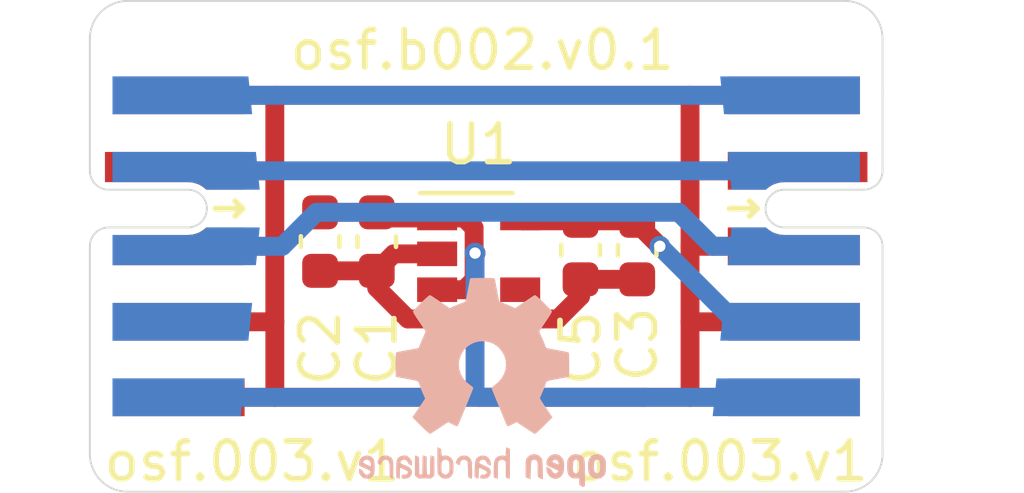
<source format=kicad_pcb>
(kicad_pcb (version 20211014) (generator pcbnew)
  (layers (0 "F.Cu" signal) (1 "In1.Cu" signal) (2 "In2.Cu" signal) (31 "B.Cu" signal) (34 "B.Paste" user) (35 "F.Paste" user) (36 "B.SilkS" user "B.Silkscreen") (37 "F.SilkS" user "F.Silkscreen") (38 "B.Mask" user) (39 "F.Mask" user) (44 "Edge.Cuts" user))
  (net 0 "")
  (net 1 "Net-(J2-Pad1)")
  (net 2 "Net-(J2-Pad8)")
  (net 3 "Net-(J2-Pad7)")
  (net 5 "Net-(C3-Pad1)")
  (net 6 "Net-(C1-Pad1)")
  (net 7 "GND")
  (net 8 "Net-(J2-Pad6)")
  (footprint "Package_TO_SOT_SMD:SOT-23-5" (layer "F.Cu") (at 40.3 153.7)
    (fp_text reference "U1" (at 0 -2.9) (layer "F.SilkS"))
    (fp_text value "TC1017-xCT")
    (fp_line (start -0.9 1.61) (end 0.9 1.61) (layer "F.SilkS") (width 0.12))
    (fp_line (start 0.9 -1.61) (end -1.55 -1.61) (layer "F.SilkS") (width 0.12))
    (pad "1" smd rect locked (at -1.1 -0.95) (size 1.06 0.65) (layers "F.Cu" "F.Paste" "F.Mask") (net 6 "Net-(C1-Pad1)"))
    (pad "2" smd rect locked (at -1.1 0) (size 1.06 0.65) (layers "F.Cu" "F.Paste" "F.Mask") (net 7 "GND"))
    (pad "3" smd rect locked (at -1.1 0.95) (size 1.06 0.65) (layers "F.Cu" "F.Paste" "F.Mask") (net 6 "Net-(C1-Pad1)"))
    (pad "4" smd rect locked (at 1.1 0.95) (size 1.06 0.65) (layers "F.Cu" "F.Paste" "F.Mask"))
    (pad "5" smd rect locked (at 1.1 -0.95) (size 1.06 0.65) (layers "F.Cu" "F.Paste" "F.Mask") (net 5 "Net-(C3-Pad1)"))
  )
  (footprint "Capacitor_SMD:C_0603_1608Metric" (layer "F.Cu") (at 37.6 153.375 -90)
    (fp_text reference "C1" (at 2.825 0 90) (layer "F.SilkS"))
    (fp_text value "100nF")
    (fp_line (start -0.14058 -0.51) (end 0.14058 -0.51) (layer "F.SilkS") (width 0.12))
    (fp_line (start -0.14058 0.51) (end 0.14058 0.51) (layer "F.SilkS") (width 0.12))
    (pad "1" smd roundrect locked (at -0.775 0 270) (size 0.9 0.95) (layers "F.Cu" "F.Paste" "F.Mask") (net 6 "Net-(C1-Pad1)"))
    (pad "2" smd roundrect locked (at 0.775 0 270) (size 0.9 0.95) (layers "F.Cu" "F.Paste" "F.Mask") (net 7 "GND"))
  )
  (footprint "Capacitor_SMD:C_0603_1608Metric" (layer "F.Cu") (at 36.1 153.375 -90)
    (fp_text reference "C2" (at 2.825 0 90) (layer "F.SilkS"))
    (fp_text value "1uF")
    (fp_line (start -0.14058 -0.51) (end 0.14058 -0.51) (layer "F.SilkS") (width 0.12))
    (fp_line (start -0.14058 0.51) (end 0.14058 0.51) (layer "F.SilkS") (width 0.12))
    (pad "1" smd roundrect locked (at -0.775 0 270) (size 0.9 0.95) (layers "F.Cu" "F.Paste" "F.Mask") (net 6 "Net-(C1-Pad1)"))
    (pad "2" smd roundrect locked (at 0.775 0 270) (size 0.9 0.95) (layers "F.Cu" "F.Paste" "F.Mask") (net 7 "GND"))
  )
  (footprint "Capacitor_SMD:C_0603_1608Metric" (layer "F.Cu") (at 44.5 153.6 -90)
    (fp_text reference "C3" (at 2.5 0 90) (layer "F.SilkS"))
    (fp_text value "10uF")
    (fp_line (start -0.14058 -0.51) (end 0.14058 -0.51) (layer "F.SilkS") (width 0.12))
    (fp_line (start -0.14058 0.51) (end 0.14058 0.51) (layer "F.SilkS") (width 0.12))
    (pad "1" smd roundrect locked (at -0.775 0 270) (size 0.9 0.95) (layers "F.Cu" "F.Paste" "F.Mask") (net 5 "Net-(C3-Pad1)"))
    (pad "2" smd roundrect locked (at 0.775 0 270) (size 0.9 0.95) (layers "F.Cu" "F.Paste" "F.Mask") (net 7 "GND"))
  )
  (footprint "Capacitor_SMD:C_0603_1608Metric" (layer "F.Cu") (at 43 153.6 -90)
    (fp_text reference "C5" (at 2.6 0 90) (layer "F.SilkS"))
    (fp_text value "1uF")
    (fp_line (start -0.14058 -0.51) (end 0.14058 -0.51) (layer "F.SilkS") (width 0.12))
    (fp_line (start -0.14058 0.51) (end 0.14058 0.51) (layer "F.SilkS") (width 0.12))
    (pad "1" smd roundrect locked (at -0.775 0 270) (size 0.9 0.95) (layers "F.Cu" "F.Paste" "F.Mask") (net 5 "Net-(C3-Pad1)"))
    (pad "2" smd roundrect locked (at 0.775 0 270) (size 0.9 0.95) (layers "F.Cu" "F.Paste" "F.Mask") (net 7 "GND"))
  )
  (footprint "on_edge:on_edge_2x05_device" (layer "F.Cu") (at 30 153.5 -90)
    (fp_text reference "J1")
    (fp_text value "003_power")
    (fp_line (start -1 -4.05) (end -0.8 -3.85) (layer "F.SilkS") (width 0.153))
    (fp_line (start -1 -4.05) (end -1 -3.323) (layer "F.SilkS") (width 0.153))
    (fp_line (start -1.2 -3.85) (end -1 -4.05) (layer "F.SilkS") (width 0.153))
    (fp_line (start -4 0) (end -2 0) (layer "Edge.Cuts") (width 0.05))
    (fp_line (start -1.5 -2.6) (end -1.5 -0.5) (layer "Edge.Cuts") (width 0.05))
    (fp_line (start -0.5 -0.5) (end -0.5 -2.6) (layer "Edge.Cuts") (width 0.05))
    (fp_line (start 0 0) (end 4 0) (layer "Edge.Cuts") (width 0.05))
    (fp_arc (start -1.5 -0.5) (mid -1.646447 -0.146447) (end -2 0) (layer "Edge.Cuts") (width 0.05))
    (fp_arc (start -1.5 -2.6) (mid -1 -3.1) (end -0.5 -2.6) (layer "Edge.Cuts") (width 0.05))
    (fp_arc (start 0 0) (mid -0.353553 -0.146447) (end -0.5 -0.5) (layer "Edge.Cuts") (width 0.05))
    (pad "1" smd rect locked (at -4 -2.35 90) (size 1 3.5) (layers "F.Cu" "F.Mask") (net 1 "Net-(J2-Pad1)"))
    (pad "2" smd custom locked (at -2 -3.6 270) (size 1 1) (layers "F.Cu" "F.Mask") (net 1 "Net-(J2-Pad1)") (options (clearance outline) (anchor rect)) (primitives (gr_poly (pts (xy 0.5 0.52) (xy 0.48 0.54) (xy 0.44 0.59) (xy 0.4 0.65) (xy 0.37 0.7) (xy 0.35 0.75) (xy 0.33 0.81) (xy 0.31 0.89) (xy 0.3 1) (xy 0.3 3.2) (xy -0.5 3.2) (xy -0.5 -0.5) (xy 0.5 -0.5)) (width 0) (fill yes))))
    (pad "3" smd custom locked (at 0 -3.6 270) (size 1 1) (layers "F.Cu" "F.Mask") (net 1 "Net-(J2-Pad1)") (options (clearance outline) (anchor rect)) (primitives (gr_poly (pts (xy 0.5 3) (xy -0.3 3) (xy -0.3 1) (xy -0.31 0.89) (xy -0.33 0.81) (xy -0.35 0.75) (xy -0.37 0.7) (xy -0.4 0.65) (xy -0.44 0.59) (xy -0.48 0.54) (xy -0.5 0.52) (xy -0.5 -0.5) (xy 0.5 -0.5)) (width 0) (fill yes))))
    (pad "4" smd rect locked (at 2 -2.35 90) (size 1 3.5) (layers "F.Cu" "F.Mask") (net 1 "Net-(J2-Pad1)"))
    (pad "5" smd rect locked (at 4 -2.35 90) (size 1 3.5) (layers "F.Cu" "F.Mask") (net 1 "Net-(J2-Pad1)"))
    (pad "6" smd custom locked (at -4 -2.4 270) (size 1 3.6) (layers "B.Cu" "B.Mask") (net 8 "Net-(J2-Pad6)") (options (clearance outline) (anchor rect)) (primitives (gr_poly (pts (xy 0.5 -1.8) (xy -0.5 -1.8) (xy 0.5 -1.9)) (width 0) (fill yes))))
    (pad "7" smd custom locked (at -2 -2.1 270) (size 0.4 0.4) (layers "B.Cu" "B.Mask") (net 3 "Net-(J2-Pad7)") (options (clearance outline) (anchor rect)) (primitives (gr_poly (pts (xy 0.5 -0.99) (xy 0.48 -0.97) (xy 0.44 -0.92) (xy 0.4 -0.86) (xy 0.37 -0.81) (xy 0.35 -0.76) (xy 0.33 -0.7) (xy 0.31 -0.62) (xy 0.3 -0.51) (xy 0.3 1.5) (xy -0.5 1.5) (xy -0.5 -2.3) (xy 0.5 -2.4)) (width 0) (fill yes))))
    (pad "8" smd custom locked (at 0 -2.1 270) (size 0.4 0.4) (layers "B.Cu" "B.Mask") (net 2 "Net-(J2-Pad8)") (options (clearance outline) (anchor rect)) (primitives (gr_poly (pts (xy 0.5 -2.3) (xy 0.5 1.5) (xy -0.3 1.5) (xy -0.3 -0.51) (xy -0.31 -0.62) (xy -0.33 -0.7) (xy -0.35 -0.76) (xy -0.37 -0.81) (xy -0.4 -0.86) (xy -0.44 -0.92) (xy -0.48 -0.97) (xy -0.5 -0.99) (xy -0.5 -2.4)) (width 0) (fill yes))))
    (pad "9" smd custom locked (at 2 -2.4 270) (size 1 3.6) (layers "B.Cu" "B.Mask") (options (clearance outline) (anchor rect)) (primitives (gr_poly (pts (xy 0.5 -1.8) (xy -0.5 -1.8) (xy -0.5 -1.9)) (width 0) (fill yes))))
    (pad "10" smd custom locked (at 4 -2.3 270) (size 1 3.4) (layers "B.Cu" "B.Mask") (net 6 "Net-(C1-Pad1)") (options (clearance outline) (anchor rect)) (primitives (gr_poly (pts (xy 0.5 -1.7) (xy -0.5 -1.7) (xy -0.5 -1.8)) (width 0) (fill yes))))
  )
  (footprint "on_edge:on_edge_2x05_host" (layer "F.Cu") (at 51 153.5 -90)
    (fp_text reference "J2")
    (fp_text value "003_power")
    (fp_line (start -1 4.05) (end -1 3.323) (layer "F.SilkS") (width 0.153))
    (fp_line (start -1 3.323) (end -1.2 3.523) (layer "F.SilkS") (width 0.153))
    (fp_line (start -0.8 3.523) (end -1 3.323) (layer "F.SilkS") (width 0.153))
    (fp_line (start -4 0) (end -2 0) (layer "Edge.Cuts") (width 0.05))
    (fp_line (start 0 0) (end 4 0) (layer "Edge.Cuts") (width 0.05))
    (fp_line (start -1.5 0.5) (end -1.5 2.6) (layer "Edge.Cuts") (width 0.05))
    (fp_line (start -0.5 2.6) (end -0.5 0.5) (layer "Edge.Cuts") (width 0.05))
    (fp_arc (start -2 0) (mid -1.646447 0.146447) (end -1.5 0.5) (layer "Edge.Cuts") (width 0.05))
    (fp_arc (start -0.5 2.6) (mid -1 3.1) (end -1.5 2.6) (layer "Edge.Cuts") (width 0.05))
    (fp_arc (start -0.5 0.5) (mid -0.353553 0.146447) (end 0 0) (layer "Edge.Cuts") (width 0.05))
    (pad "1" smd rect locked (at -4 2.35 270) (size 1 3.5) (layers "F.Cu" "F.Mask") (net 1 "Net-(J2-Pad1)"))
    (pad "2" smd custom locked (at -2 3.6 270) (size 1 1) (layers "F.Cu" "F.Mask") (net 1 "Net-(J2-Pad1)") (options (clearance outline) (anchor rect)) (primitives (gr_poly (pts (xy 0.3 -0.99) (xy 0.31 -0.88) (xy 0.33 -0.8) (xy 0.35 -0.74) (xy 0.37 -0.69) (xy 0.4 -0.64) (xy 0.44 -0.58) (xy 0.48 -0.53) (xy 0.5 -0.51) (xy 0.5 0.5) (xy -0.5 0.5) (xy -0.5 -3.2) (xy 0.3 -3.2)) (width 0) (fill yes))))
    (pad "3" smd custom locked (at 0 3.6 270) (size 1 1) (layers "F.Cu" "F.Mask") (net 1 "Net-(J2-Pad1)") (options (clearance outline) (anchor rect)) (primitives (gr_poly (pts (xy 0.5 0.5) (xy -0.5 0.5) (xy -0.5 -0.51) (xy -0.48 -0.53) (xy -0.44 -0.58) (xy -0.4 -0.64) (xy -0.37 -0.69) (xy -0.35 -0.74) (xy -0.33 -0.8) (xy -0.31 -0.88) (xy -0.3 -0.99) (xy -0.3 -3) (xy 0.5 -3)) (width 0) (fill yes))))
    (pad "4" smd rect locked (at 2 2.35 270) (size 1 3.5) (layers "F.Cu" "F.Mask") (net 1 "Net-(J2-Pad1)"))
    (pad "5" smd rect locked (at 4 2.35 270) (size 1 3.5) (layers "F.Cu" "F.Mask") (net 1 "Net-(J2-Pad1)"))
    (pad "6" smd custom locked (at -4 2.4 90) (size 1 3.6) (layers "B.Cu" "B.Mask") (net 8 "Net-(J2-Pad6)") (options (clearance outline) (anchor rect)) (primitives (gr_poly (pts (xy 0.5 -1.8) (xy -0.5 -1.8) (xy 0.5 -1.9)) (width 0) (fill yes))))
    (pad "7" smd custom locked (at -2 2.1 90) (size 0.4 0.4) (layers "B.Cu" "B.Mask") (net 3 "Net-(J2-Pad7)") (options (clearance outline) (anchor rect)) (primitives (gr_poly (pts (xy 0.5 1.5) (xy -0.3 1.5) (xy -0.3 -0.51) (xy -0.31 -0.62) (xy -0.33 -0.7) (xy -0.35 -0.76) (xy -0.37 -0.81) (xy -0.4 -0.86) (xy -0.44 -0.92) (xy -0.48 -0.97) (xy -0.5 -0.99) (xy -0.5 -1.9) (xy 0.5 -2)) (width 0) (fill yes))))
    (pad "8" smd custom locked (at 0 2.1 90) (size 0.4 0.4) (layers "B.Cu" "B.Mask") (net 2 "Net-(J2-Pad8)") (options (clearance outline) (anchor rect)) (primitives (gr_poly (pts (xy 0.5 -1.9) (xy 0.5 -0.99) (xy 0.48 -0.97) (xy 0.44 -0.92) (xy 0.4 -0.86) (xy 0.37 -0.81) (xy 0.35 -0.76) (xy 0.33 -0.7) (xy 0.31 -0.62) (xy 0.3 -0.51) (xy 0.3 1.5) (xy -0.5 1.5) (xy -0.5 -2)) (width 0) (fill yes))))
    (pad "9" smd custom locked (at 2 2.4 90) (size 1 3.6) (layers "B.Cu" "B.Mask") (net 5 "Net-(C3-Pad1)") (options (clearance outline) (anchor rect)) (primitives (gr_poly (pts (xy 0.5 -1.8) (xy -0.5 -1.8) (xy -0.5 -1.9)) (width 0) (fill yes))))
    (pad "10" smd custom locked (at 4 2.5 90) (size 1 3.8) (layers "B.Cu" "B.Mask") (net 6 "Net-(C1-Pad1)") (options (clearance outline) (anchor rect)) (primitives (gr_poly (pts (xy 0.5 -1.9) (xy -0.5 -1.9) (xy -0.5 -2)) (width 0) (fill yes))))
  )
  (footprint "Symbol:OSHW-Logo2_7.3x6mm_SilkScreen" (layer "B.Cu") (at 40.4 157.1 180)
    (fp_text reference "l1" hide)
    (fp_text value "Logo_Open_Hardware_Larg" hide)
    (fp_poly (pts (xy 2.6526 -1.958752) (xy 2.669948 -1.966334) (xy 2.711356 -1.999128) (xy 2.746765 -2.046547) (xy 2.768664 -2.097151) (xy 2.772229 -2.122098) (xy 2.760279 -2.156927) (xy 2.734067 -2.175357) (xy 2.705964 -2.186516) (xy 2.693095 -2.188572) (xy 2.686829 -2.173649) (xy 2.674456 -2.141175) (xy 2.669028 -2.126502) (xy 2.63859 -2.075744) (xy 2.59452 -2.050427) (xy 2.53801 -2.051206) (xy 2.533825 -2.052203) (xy 2.503655 -2.066507) (xy 2.481476 -2.094393) (xy 2.466327 -2.139287) (xy 2.45725 -2.204615) (xy 2.453286 -2.293804) (xy 2.452914 -2.341261) (xy 2.45273 -2.416071) (xy 2.451522 -2.467069) (xy 2.448309 -2.499471) (xy 2.442109 -2.518495) (xy 2.43194 -2.529356) (xy 2.416819 -2.537272) (xy 2.415946 -2.53767) (xy 2.386828 -2.549981) (xy 2.372403 -2.554514) (xy 2.370186 -2.540809) (xy 2.368289 -2.502925) (xy 2.366847 -2.445715) (xy 2.365998 -2.374027) (xy 2.365829 -2.321565) (xy 2.366692 -2.220047) (xy 2.37007 -2.143032) (xy 2.377142 -2.086023) (xy 2.389088 -2.044526) (xy 2.40709 -2.014043) (xy 2.432327 -1.99008) (xy 2.457247 -1.973355) (xy 2.517171 -1.951097) (xy 2.586911 -1.946076) (xy 2.6526 -1.958752)) (layer "B.SilkS") (width 0.01) (fill solid))
    (fp_poly (pts (xy -1.283907 -1.92778) (xy -1.237328 -1.954723) (xy -1.204943 -1.981466) (xy -1.181258 -2.009484) (xy -1.164941 -2.043748) (xy -1.154661 -2.089227) (xy -1.149086 -2.150892) (xy -1.146884 -2.233711) (xy -1.146629 -2.293246) (xy -1.146629 -2.512391) (xy -1.208314 -2.540044) (xy -1.27 -2.567697) (xy -1.277257 -2.32767) (xy -1.280256 -2.238028) (xy -1.283402 -2.172962) (xy -1.287299 -2.128026) (xy -1.292553 -2.09877) (xy -1.299769 -2.080748) (xy -1.30955 -2.069511) (xy -1.312688 -2.067079) (xy -1.360239 -2.048083) (xy -1.408303 -2.0556) (xy -1.436914 -2.075543) (xy -1.448553 -2.089675) (xy -1.456609 -2.10822) (xy -1.461729 -2.136334) (xy -1.464559 -2.179173) (xy -1.465744 -2.241895) (xy -1.465943 -2.307261) (xy -1.465982 -2.389268) (xy -1.467386 -2.447316) (xy -1.472086 -2.486465) (xy -1.482013 -2.51178) (xy -1.499097 -2.528323) (xy -1.525268 -2.541156) (xy -1.560225 -2.554491) (xy -1.598404 -2.569007) (xy -1.593859 -2.311389) (xy -1.592029 -2.218519) (xy -1.589888 -2.149889) (xy -1.586819 -2.100711) (xy -1.582206 -2.066198) (xy -1.575432 -2.041562) (xy -1.565881 -2.022016) (xy -1.554366 -2.00477) (xy -1.49881 -1.94968) (xy -1.43102 -1.917822) (xy -1.357287 -1.910191) (xy -1.283907 -1.92778)) (layer "B.SilkS") (width 0.01) (fill solid))
    (fp_poly (pts (xy -1.831697 -1.931239) (xy -1.774473 -1.969735) (xy -1.730251 -2.025335) (xy -1.703833 -2.096086) (xy -1.69849 -2.148162) (xy -1.699097 -2.169893) (xy -1.704178 -2.186531) (xy -1.718145 -2.201437) (xy -1.745411 -2.217973) (xy -1.790388 -2.239498) (xy -1.857489 -2.269374) (xy -1.857829 -2.269524) (xy -1.919593 -2.297813) (xy -1.970241 -2.322933) (xy -2.004596 -2.342179) (xy -2.017482 -2.352848) (xy -2.017486 -2.352934) (xy -2.006128 -2.376166) (xy -1.979569 -2.401774) (xy -1.949077 -2.420221) (xy -1.93363 -2.423886) (xy -1.891485 -2.411212) (xy -1.855192 -2.379471) (xy -1.837483 -2.344572) (xy -1.820448 -2.318845) (xy -1.787078 -2.289546) (xy -1.747851 -2.264235) (xy -1.713244 -2.250471) (xy -1.706007 -2.249714) (xy -1.697861 -2.26216) (xy -1.69737 -2.293972) (xy -1.703357 -2.336866) (xy -1.714643 -2.382558) (xy -1.73005 -2.422761) (xy -1.730829 -2.424322) (xy -1.777196 -2.489062) (xy -1.837289 -2.533097) (xy -1.905535 -2.554711) (xy -1.976362 -2.552185) (xy -2.044196 -2.523804) (xy -2.047212 -2.521808) (xy -2.100573 -2.473448) (xy -2.13566 -2.410352) (xy -2.155078 -2.327387) (xy -2.157684 -2.304078) (xy -2.162299 -2.194055) (xy -2.156767 -2.142748) (xy -2.017486 -2.142748) (xy -2.015676 -2.174753) (xy -2.005778 -2.184093) (xy -1.981102 -2.177105) (xy -1.942205 -2.160587) (xy -1.898725 -2.139881) (xy -1.897644 -2.139333) (xy -1.860791 -2.119949) (xy -1.846 -2.107013) (xy -1.849647 -2.093451) (xy -1.865005 -2.075632) (xy -1.904077 -2.049845) (xy -1.946154 -2.04795) (xy -1.983897 -2.066717) (xy -2.009966 -2.102915) (xy -2.017486 -2.142748) (xy -2.156767 -2.142748) (xy -2.152806 -2.106027) (xy -2.12845 -2.036212) (xy -2.094544 -1.987302) (xy -2.033347 -1.937878) (xy -1.965937 -1.913359) (xy -1.89712 -1.911797) (xy -1.831697 -1.931239)) (layer "B.SilkS") (width 0.01) (fill solid))
    (fp_poly (pts (xy 0.039744 -1.950968) (xy 0.096616 -1.972087) (xy 0.097267 -1.972493) (xy 0.13244 -1.99838) (xy 0.158407 -2.028633) (xy 0.17667 -2.068058) (xy 0.188732 -2.121462) (xy 0.196096 -2.193651) (xy 0.200264 -2.289432) (xy 0.200629 -2.303078) (xy 0.205876 -2.508842) (xy 0.161716 -2.531678) (xy 0.129763 -2.54711) (xy 0.11047 -2.554423) (xy 0.109578 -2.554514) (xy 0.106239 -2.541022) (xy 0.103587 -2.504626) (xy 0.101956 -2.451452) (xy 0.1016 -2.408393) (xy 0.101592 -2.338641) (xy 0.098403 -2.294837) (xy 0.087288 -2.273944) (xy 0.063501 -2.272925) (xy 0.022296 -2.288741) (xy -0.039914 -2.317815) (xy -0.085659 -2.341963) (xy -0.109187 -2.362913) (xy -0.116104 -2.385747) (xy -0.116114 -2.386877) (xy -0.104701 -2.426212) (xy -0.070908 -2.447462) (xy -0.019191 -2.450539) (xy 0.018061 -2.450006) (xy 0.037703 -2.460735) (xy 0.049952 -2.486505) (xy 0.057002 -2.519337) (xy 0.046842 -2.537966) (xy 0.043017 -2.540632) (xy 0.007001 -2.55134) (xy -0.043434 -2.552856) (xy -0.095374 -2.545759) (xy -0.132178 -2.532788) (xy -0.183062 -2.489585) (xy -0.211986 -2.429446) (xy -0.217714 -2.382462) (xy -0.213343 -2.340082) (xy -0.197525 -2.305488) (xy -0.166203 -2.274763) (xy -0.115322 -2.24399) (xy -0.040824 -2.209252) (xy -0.036286 -2.207288) (xy 0.030821 -2.176287) (xy 0.072232 -2.150862) (xy 0.089981 -2.128014) (xy 0.086107 -2.104745) (xy 0.062643 -2.078056) (xy 0.055627 -2.071914) (xy 0.00863 -2.0481) (xy -0.040067 -2.049103) (xy -0.082478 -2.072451) (xy -0.110616 -2.115675) (xy -0.113231 -2.12416) (xy -0.138692 -2.165308) (xy -0.170999 -2.185128) (xy -0.217714 -2.20477) (xy -0.217714 -2.15395) (xy -0.203504 -2.080082) (xy -0.161325 -2.012327) (xy -0.139376 -1.989661) (xy -0.089483 -1.960569) (xy -0.026033 -1.9474) (xy 0.039744 -1.950968)) (layer "B.SilkS") (width 0.01) (fill solid))
    (fp_poly (pts (xy 3.153595 -1.966966) (xy 3.211021 -2.004497) (xy 3.238719 -2.038096) (xy 3.260662 -2.099064) (xy 3.262405 -2.147308) (xy 3.258457 -2.211816) (xy 3.109686 -2.276934) (xy 3.037349 -2.310202) (xy 2.990084 -2.336964) (xy 2.965507 -2.360144) (xy 2.961237 -2.382667) (xy 2.974889 -2.407455) (xy 2.989943 -2.423886) (xy 3.033746 -2.450235) (xy 3.081389 -2.452081) (xy 3.125145 -2.431546) (xy 3.157289 -2.390752) (xy 3.163038 -2.376347) (xy 3.190576 -2.331356) (xy 3.222258 -2.312182) (xy 3.265714 -2.295779) (xy 3.265714 -2.357966) (xy 3.261872 -2.400283) (xy 3.246823 -2.435969) (xy 3.21528 -2.476943) (xy 3.210592 -2.482267) (xy 3.175506 -2.51872) (xy 3.145347 -2.538283) (xy 3.107615 -2.547283) (xy 3.076335 -2.55023) (xy 3.020385 -2.550965) (xy 2.980555 -2.54166) (xy 2.955708 -2.527846) (xy 2.916656 -2.497467) (xy 2.889625 -2.464613) (xy 2.872517 -2.423294) (xy 2.863238 -2.367521) (xy 2.859693 -2.291305) (xy 2.85941 -2.252622) (xy 2.860372 -2.206247) (xy 2.948007 -2.206247) (xy 2.949023 -2.231126) (xy 2.951556 -2.2352) (xy 2.968274 -2.229665) (xy 3.004249 -2.215017) (xy 3.052331 -2.19419) (xy 3.062386 -2.189714) (xy 3.123152 -2.158814) (xy 3.156632 -2.131657) (xy 3.16399 -2.10622) (xy 3.146391 -2.080481) (xy 3.131856 -2.069109) (xy 3.07941 -2.046364) (xy 3.030322 -2.050122) (xy 2.989227 -2.077884) (xy 2.960758 -2.127152) (xy 2.951631 -2.166257) (xy 2.948007 -2.206247) (xy 2.860372 -2.206247) (xy 2.861285 -2.162249) (xy 2.868196 -2.095384) (xy 2.881884 -2.046695) (xy 2.904096 -2.010849) (xy 2.936574 -1.982513) (xy 2.950733 -1.973355) (xy 3.015053 -1.949507) (xy 3.085473 -1.948006) (xy 3.153595 -1.966966)) (layer "B.SilkS") (width 0.01) (fill solid))
    (fp_poly (pts (xy 1.190117 -2.065358) (xy 1.189933 -2.173837) (xy 1.189219 -2.257287) (xy 1.187675 -2.319704) (xy 1.185001 -2.365085) (xy 1.180894 -2.397429) (xy 1.175055 -2.420733) (xy 1.167182 -2.438995) (xy 1.161221 -2.449418) (xy 1.111855 -2.505945) (xy 1.049264 -2.541377) (xy 0.980013 -2.55409) (xy 0.910668 -2.542463) (xy 0.869375 -2.521568) (xy 0.826025 -2.485422) (xy 0.796481 -2.441276) (xy 0.778655 -2.383462) (xy 0.770463 -2.306313) (xy 0.769302 -2.249714) (xy 0.769458 -2.245647) (xy 0.870857 -2.245647) (xy 0.871476 -2.31055) (xy 0.874314 -2.353514) (xy 0.88084 -2.381622) (xy 0.892523 -2.401953) (xy 0.906483 -2.417288) (xy 0.953365 -2.44689) (xy 1.003701 -2.449419) (xy 1.051276 -2.424705) (xy 1.054979 -2.421356) (xy 1.070783 -2.403935) (xy 1.080693 -2.383209) (xy 1.086058 -2.352362) (xy 1.088228 -2.304577) (xy 1.088571 -2.251748) (xy 1.087827 -2.185381) (xy 1.084748 -2.141106) (xy 1.078061 -2.112009) (xy 1.066496 -2.091173) (xy 1.057013 -2.080107) (xy 1.01296 -2.052198) (xy 0.962224 -2.048843) (xy 0.913796 -2.070159) (xy 0.90445 -2.078073) (xy 0.88854 -2.095647) (xy 0.87861 -2.116587) (xy 0.873278 -2.147782) (xy 0.871163 -2.196122) (xy 0.870857 -2.245647) (xy 0.769458 -2.245647) (xy 0.77281 -2.158568) (xy 0.784726 -2.090086) (xy 0.807135 -2.0386) (xy 0.842124 -1.998443) (xy 0.869375 -1.977861) (xy 0.918907 -1.955625) (xy 0.976316 -1.945304) (xy 1.029682 -1.948067) (xy 1.059543 -1.959212) (xy 1.071261 -1.962383) (xy 1.079037 -1.950557) (xy 1.084465 -1.918866) (xy 1.088571 -1.870593) (xy 1.093067 -1.816829) (xy 1.099313 -1.784482) (xy 1.110676 -1.765985) (xy 1.130528 -1.75377) (xy 1.143 -1.748362) (xy 1.190171 -1.728601) (xy 1.190117 -2.065358)) (layer "B.SilkS") (width 0.01) (fill solid))
    (fp_poly (pts (xy 0.529926 -1.949755) (xy 0.595858 -1.974084) (xy 0.649273 -2.017117) (xy 0.670164 -2.047409) (xy 0.692939 -2.102994) (xy 0.692466 -2.143186) (xy 0.668562 -2.170217) (xy 0.659717 -2.174813) (xy 0.62153 -2.189144) (xy 0.602028 -2.185472) (xy 0.595422 -2.161407) (xy 0.595086 -2.148114) (xy 0.582992 -2.09921) (xy 0.551471 -2.064999) (xy 0.507659 -2.048476) (xy 0.458695 -2.052634) (xy 0.418894 -2.074227) (xy 0.40545 -2.086544) (xy 0.395921 -2.101487) (xy 0.389485 -2.124075) (xy 0.385317 -2.159328) (xy 0.382597 -2.212266) (xy 0.380502 -2.287907) (xy 0.37996 -2.311857) (xy 0.377981 -2.39379) (xy 0.375731 -2.451455) (xy 0.372357 -2.489608) (xy 0.367006 -2.513004) (xy 0.358824 -2.526398) (xy 0.346959 -2.534545) (xy 0.339362 -2.538144) (xy 0.307102 -2.550452) (xy 0.288111 -2.554514) (xy 0.281836 -2.540948) (xy 0.278006 -2.499934) (xy 0.2766 -2.430999) (xy 0.277598 -2.333669) (xy 0.277908 -2.318657) (xy 0.280101 -2.229859) (xy 0.282693 -2.165019) (xy 0.286382 -2.119067) (xy 0.291864 -2.086935) (xy 0.299835 -2.063553) (xy 0.310993 -2.043852) (xy 0.31683 -2.03541) (xy 0.350296 -1.998057) (xy 0.387727 -1.969003) (xy 0.392309 -1.966467) (xy 0.459426 -1.946443) (xy 0.529926 -1.949755)) (layer "B.SilkS") (width 0.01) (fill solid))
    (fp_poly (pts (xy 2.144876 -1.956335) (xy 2.186667 -1.975344) (xy 2.219469 -1.998378) (xy 2.243503 -2.024133) (xy 2.260097 -2.057358) (xy 2.270577 -2.1028) (xy 2.276271 -2.165207) (xy 2.278507 -2.249327) (xy 2.278743 -2.304721) (xy 2.278743 -2.520826) (xy 2.241774 -2.53767) (xy 2.212656 -2.549981) (xy 2.198231 -2.554514) (xy 2.195472 -2.541025) (xy 2.193282 -2.504653) (xy 2.191942 -2.451542) (xy 2.191657 -2.409372) (xy 2.190434 -2.348447) (xy 2.187136 -2.300115) (xy 2.182321 -2.270518) (xy 2.178496 -2.264229) (xy 2.152783 -2.270652) (xy 2.112418 -2.287125) (xy 2.065679 -2.309458) (xy 2.020845 -2.333457) (xy 1.986193 -2.35493) (xy 1.970002 -2.369685) (xy 1.969938 -2.369845) (xy 1.97133 -2.397152) (xy 1.983818 -2.423219) (xy 2.005743 -2.444392) (xy 2.037743 -2.451474) (xy 2.065092 -2.450649) (xy 2.103826 -2.450042) (xy 2.124158 -2.459116) (xy 2.136369 -2.483092) (xy 2.137909 -2.487613) (xy 2.143203 -2.521806) (xy 2.129047 -2.542568) (xy 2.092148 -2.552462) (xy 2.052289 -2.554292) (xy 1.980562 -2.540727) (xy 1.943432 -2.521355) (xy 1.897576 -2.475845) (xy 1.873256 -2.419983) (xy 1.871073 -2.360957) (xy 1.891629 -2.305953) (xy 1.922549 -2.271486) (xy 1.95342 -2.252189) (xy 2.001942 -2.227759) (xy 2.058485 -2.202985) (xy 2.06791 -2.199199) (xy 2.130019 -2.171791) (xy 2.165822 -2.147634) (xy 2.177337 -2.123619) (xy 2.16658 -2.096635) (xy 2.148114 -2.075543) (xy 2.104469 -2.049572) (xy 2.056446 -2.047624) (xy 2.012406 -2.067637) (xy 1.980709 -2.107551) (xy 1.976549 -2.117848) (xy 1.952327 -2.155724) (xy 1.916965 -2.183842) (xy 1.872343 -2.206917) (xy 1.872343 -2.141485) (xy 1.874969 -2.101506) (xy 1.88623 -2.069997) (xy 1.911199 -2.036378) (xy 1.935169 -2.010484) (xy 1.972441 -1.973817) (xy 2.001401 -1.954121) (xy 2.032505 -1.94622) (xy 2.067713 -1.944914) (xy 2.144876 -1.956335)) (layer "B.SilkS") (width 0.01) (fill solid))
    (fp_poly (pts (xy 0.10391 2.757652) (xy 0.182454 2.757222) (xy 0.239298 2.756058) (xy 0.278105 2.753793) (xy 0.302538 2.75006) (xy 0.316262 2.744494) (xy 0.32294 2.736727) (xy 0.326236 2.726395) (xy 0.326556 2.725057) (xy 0.331562 2.700921) (xy 0.340829 2.653299) (xy 0.353392 2.587259) (xy 0.368287 2.507872) (xy 0.384551 2.420204) (xy 0.385119 2.417125) (xy 0.40141 2.331211) (xy 0.416652 2.255304) (xy 0.429861 2.193955) (xy 0.440054 2.151718) (xy 0.446248 2.133145) (xy 0.446543 2.132816) (xy 0.464788 2.123747) (xy 0.502405 2.108633) (xy 0.551271 2.090738) (xy 0.551543 2.090642) (xy 0.613093 2.067507) (xy 0.685657 2.038035) (xy 0.754057 2.008403) (xy 0.757294 2.006938) (xy 0.868702 1.956374) (xy 1.115399 2.12484) (xy 1.191077 2.176197) (xy 1.259631 2.222111) (xy 1.317088 2.25997) (xy 1.359476 2.287163) (xy 1.382825 2.301079) (xy 1.385042 2.302111) (xy 1.40201 2.297516) (xy 1.433701 2.275345) (xy 1.481352 2.234553) (xy 1.546198 2.174095) (xy 1.612397 2.109773) (xy 1.676214 2.046388) (xy 1.733329 1.988549) (xy 1.780305 1.939825) (xy 1.813703 1.90379) (xy 1.830085 1.884016) (xy 1.830694 1.882998) (xy 1.832505 1.869428) (xy 1.825683 1.847267) (xy 1.80854 1.813522) (xy 1.779393 1.7652) (xy 1.736555 1.699308) (xy 1.679448 1.614483) (xy 1.628766 1.539823) (xy 1.583461 1.47286) (xy 1.54615 1.417484) (xy 1.519452 1.37758) (xy 1.505985 1.357038) (xy 1.505137 1.355644) (xy 1.506781 1.335962) (xy 1.519245 1.297707) (xy 1.540048 1.248111) (xy 1.547462 1.232272) (xy 1.579814 1.16171) (xy 1.614328 1.081647) (xy 1.642365 1.012371) (xy 1.662568 0.960955) (xy 1.678615 0.921881) (xy 1.687888 0.901459) (xy 1.689041 0.899886) (xy 1.706096 0.897279) (xy 1.746298 0.890137) (xy 1.804302 0.879477) (xy 1.874763 0.866315) (xy 1.952335 0.851667) (xy 2.031672 0.836551) (xy 2.107431 0.821982) (xy 2.174264 0.808978) (xy 2.226828 0.798555) (xy 2.259776 0.79173) (xy 2.267857 0.789801) (xy 2.276205 0.785038) (xy 2.282506 0.774282) (xy 2.287045 0.753902) (xy 2.290104 0.720266) (xy 2.291967 0.669745) (xy 2.292918 0.598708) (xy 2.29324 0.503524) (xy 2.293257 0.464508) (xy 2.293257 0.147201) (xy 2.217057 0.132161) (xy 2.174663 0.124005) (xy 2.1114 0.112101) (xy 2.034962 0.097884) (xy 1.953043 0.08279) (xy 1.9304 0.078645) (xy 1.854806 0.063947) (xy 1.788953 0.049495) (xy 1.738366 0.036625) (xy 1.708574 0.026678) (xy 1.703612 0.023713) (xy 1.691426 0.002717) (xy 1.673953 -0.037967) (xy 1.654577 -0.090322) (xy 1.650734 -0.1016) (xy 1.625339 -0.171523) (xy 1.593817 -0.250418) (xy 1.562969 -0.321266) (xy 1.562817 -0.321595) (xy 1.511447 -0.432733) (xy 1.680399 -0.681253) (xy 1.849352 -0.929772) (xy 1.632429 -1.147058) (xy 1.566819 -1.211726) (xy 1.506979 -1.268733) (xy 1.456267 -1.315033) (xy 1.418046 -1.347584) (xy 1.395675 -1.363343) (xy 1.392466 -1.364343) (xy 1.373626 -1.356469) (xy 1.33518 -1.334578) (xy 1.28133 -1.301267) (xy 1.216276 -1.259131) (xy 1.14594 -1.211943) (xy 1.074555 -1.16381) (xy 1.010908 -1.121928) (xy 0.959041 -1.088871) (xy 0.922995 -1.067218) (xy 0.906867 -1.059543) (xy 0.887189 -1.066037) (xy 0.849875 -1.08315) (xy 0.802621 -1.107326) (xy 0.797612 -1.110013) (xy 0.733977 -1.141927) (xy 0.690341 -1.157579) (xy 0.663202 -1.157745) (xy 0.649057 -1.143204) (xy 0.648975 -1.143) (xy 0.641905 -1.125779) (xy 0.625042 -1.084899) (xy 0.599695 -1.023525) (xy 0.567171 -0.944819) (xy 0.528778 -0.851947) (xy 0.485822 -0.748072) (xy 0.444222 -0.647502) (xy 0.398504 -0.536516) (xy 0.356526 -0.433703) (xy 0.319548 -0.342215) (xy 0.288827 -0.265201) (xy 0.265622 -0.205815) (xy 0.25119 -0.167209) (xy 0.246743 -0.1528) (xy 0.257896 -0.136272) (xy 0.287069 -0.10993) (xy 0.325971 -0.080887) (xy 0.436757 0.010961) (xy 0.523351 0.116241) (xy 0.584716 0.232734) (xy 0.619815 0.358224) (xy 0.627608 0.490493) (xy 0.621943 0.551543) (xy 0.591078 0.678205) (xy 0.53792 0.790059) (xy 0.465767 0.885999) (xy 0.377917 0.964924) (xy 0.277665 1.02573) (xy 0.16831 1.067313) (xy 0.053147 1.088572) (xy -0.064525 1.088401) (xy -0.18141 1.065699) (xy -0.294211 1.019362) (xy -0.399631 0.948287) (xy -0.443632 0.908089) (xy -0.528021 0.804871) (xy -0.586778 0.692075) (xy -0.620296 0.57299) (xy -0.628965 0.450905) (xy -0.613177 0.329107) (xy -0.573322 0.210884) (xy -0.509793 0.099525) (xy -0.422979 -0.001684) (xy -0.325971 -0.080887) (xy -0.285563 -0.111162) (xy -0.257018 -0.137219) (xy -0.246743 -0.152825) (xy -0.252123 -0.169843) (xy -0.267425 -0.2105) (xy -0.291388 -0.271642) (xy -0.322756 -0.350119) (xy -0.360268 -0.44278) (xy -0.402667 -0.546472) (xy -0.444337 -0.647526) (xy -0.49031 -0.758607) (xy -0.532893 -0.861541) (xy -0.570779 -0.953165) (xy -0.60266 -1.030316) (xy -0.627229 -1.089831) (xy -0.64318 -1.128544) (xy -0.64909 -1.143) (xy -0.663052 -1.157685) (xy -0.69006 -1.157642) (xy -0.733587 -1.142099) (xy -0.79711 -1.110284) (xy -0.797612 -1.110013) (xy -0.84544 -1.085323) (xy -0.884103 -1.067338) (xy -0.905905 -1.059614) (xy -0.906867 -1.059543) (xy -0.923279 -1.067378) (xy -0.959513 -1.089165) (xy -1.011526 -1.122328) (xy -1.075275 -1.164291) (xy -1.14594 -1.211943) (xy -1.217884 -1.260191) (xy -1.282726 -1.302151) (xy -1.336265 -1.335227) (xy -1.374303 -1.356821) (xy -1.392467 -1.364343) (xy -1.409192 -1.354457) (xy -1.44282 -1.326826) (xy -1.48999 -1.284495) (xy -1.547342 -1.230505) (xy -1.611516 -1.167899) (xy -1.632503 -1.146983) (xy -1.849501 -0.929623) (xy -1.684332 -0.68722) (xy -1.634136 -0.612781) (xy -1.590081 -0.545972) (xy -1.554638 -0.490665) (xy -1.530281 -0.450729) (xy -1.519478 -0.430036) (xy -1.519162 -0.428563) (xy -1.524857 -0.409058) (xy -1.540174 -0.369822) (xy -1.562463 -0.31743) (xy -1.578107 -0.282355) (xy -1.607359 -0.215201) (xy -1.634906 -0.147358) (xy -1.656263 -0.090034) (xy -1.662065 -0.072572) (xy -1.678548 -0.025938) (xy -1.69466 0.010095) (xy -1.70351 0.023713) (xy -1.72304 0.032048) (xy -1.765666 0.043863) (xy -1.825855 0.057819) (xy -1.898078 0.072578) (xy -1.9304 0.078645) (xy -2.012478 0.093727) (xy -2.091205 0.108331) (xy -2.158891 0.12102) (xy -2.20784 0.130358) (xy -2.217057 0.132161) (xy -2.293257 0.147201) (xy -2.293257 0.464508) (xy -2.293086 0.568846) (xy -2.292384 0.647787) (xy -2.290866 0.704962) (xy -2.288251 0.744001) (xy -2.284254 0.768535) (xy -2.278591 0.782195) (xy -2.27098 0.788611) (xy -2.267857 0.789801) (xy -2.249022 0.79402) (xy -2.207412 0.802438) (xy -2.14837 0.814039) (xy -2.077243 0.827805) (xy -1.999375 0.84272) (xy -1.920113 0.857768) (xy -1.844802 0.871931) (xy -1.778787 0.884194) (xy -1.727413 0.893539) (xy -1.696025 0.89895) (xy -1.689041 0.899886) (xy -1.682715 0.912404) (xy -1.66871 0.945754) (xy -1.649645 0.993623) (xy -1.642366 1.012371) (xy -1.613004 1.084805) (xy -1.578429 1.16483) (xy -1.547463 1.232272) (xy -1.524677 1.283841) (xy -1.509518 1.326215) (xy -1.504458 1.352166) (xy -1.505264 1.355644) (xy -1.515959 1.372064) (xy -1.54038 1.408583) (xy -1.575905 1.461313) (xy -1.619913 1.526365) (xy -1.669783 1.599849) (xy -1.679644 1.614355) (xy -1.737508 1.700296) (xy -1.780044 1.765739) (xy -1.808946 1.813696) (xy -1.82591 1.84718) (xy -1.832633 1.869205) (xy -1.83081 1.882783) (xy -1.830764 1.882869) (xy -1.816414 1.900703) (xy -1.784677 1.935183) (xy -1.73899 1.982732) (xy -1.682796 2.039778) (xy -1.619532 2.102745) (xy -1.612398 2.109773) (xy -1.53267 2.18698) (xy -1.471143 2.24367) (xy -1.426579 2.28089) (xy -1.397743 2.299685) (xy -1.385042 2.302111) (xy -1.366506 2.291529) (xy -1.328039 2.267084) (xy -1.273614 2.231388) (xy -1.207202 2.187053) (xy -1.132775 2.136689) (xy -1.115399 2.12484) (xy -0.868703 1.956374) (xy -0.757294 2.006938) (xy -0.689543 2.036405) (xy -0.616817 2.066041) (xy -0.554297 2.08967) (xy -0.551543 2.090642) (xy -0.50264 2.108543) (xy -0.464943 2.12368) (xy -0.446575 2.13279) (xy -0.446544 2.132816) (xy -0.440715 2.149283) (xy -0.430808 2.189781) (xy -0.417805 2.249758) (xy -0.402691 2.32466) (xy -0.386448 2.409936) (xy -0.385119 2.417125) (xy -0.368825 2.504986) (xy -0.353867 2.58474) (xy -0.341209 2.651319) (xy -0.331814 2.699653) (xy -0.326646 2.724675) (xy -0.326556 2.725057) (xy -0.323411 2.735701) (xy -0.317296 2.743738) (xy -0.304547 2.749533) (xy -0.2815 2.753453) (xy -0.244491 2.755865) (xy -0.189856 2.757135) (xy -0.113933 2.757629) (xy -0.013056 2.757714) (xy 0 2.757714) (xy 0.10391 2.757652)) (layer "B.SilkS") (width 0.01) (fill solid))
    (fp_poly (pts (xy -2.400256 -1.919918) (xy -2.344799 -1.947568) (xy -2.295852 -1.99848) (xy -2.282371 -2.017338) (xy -2.267686 -2.042015) (xy -2.258158 -2.068816) (xy -2.252707 -2.104587) (xy -2.250253 -2.156169) (xy -2.249714 -2.224267) (xy -2.252148 -2.317588) (xy -2.260606 -2.387657) (xy -2.276826 -2.439931) (xy -2.302546 -2.479869) (xy -2.339503 -2.512929) (xy -2.342218 -2.514886) (xy -2.37864 -2.534908) (xy -2.422498 -2.544815) (xy -2.478276 -2.547257) (xy -2.568952 -2.547257) (xy -2.56899 -2.635283) (xy -2.569834 -2.684308) (xy -2.574976 -2.713065) (xy -2.588413 -2.730311) (xy -2.614142 -2.744808) (xy -2.620321 -2.747769) (xy -2.649236 -2.761648) (xy -2.671624 -2.770414) (xy -2.688271 -2.771171) (xy -2.699964 -2.761023) (xy -2.70749 -2.737073) (xy -2.711634 -2.696426) (xy -2.713185 -2.636186) (xy -2.712929 -2.553455) (xy -2.711651 -2.445339) (xy -2.711252 -2.413) (xy -2.709815 -2.301524) (xy -2.708528 -2.228603) (xy -2.569029 -2.228603) (xy -2.568245 -2.290499) (xy -2.56476 -2.330997) (xy -2.556876 -2.357708) (xy -2.542895 -2.378244) (xy -2.533403 -2.38826) (xy -2.494596 -2.417567) (xy -2.460237 -2.419952) (xy -2.424784 -2.39575) (xy -2.423886 -2.394857) (xy -2.409461 -2.376153) (xy -2.400687 -2.350732) (xy -2.396261 -2.311584) (xy -2.394882 -2.251697) (xy -2.394857 -2.23843) (xy -2.398188 -2.155901) (xy -2.409031 -2.098691) (xy -2.42866 -2.063766) (xy -2.45835 -2.048094) (xy -2.475509 -2.046514) (xy -2.516234 -2.053926) (xy -2.544168 -2.07833) (xy -2.560983 -2.12298) (xy -2.56835 -2.19113) (xy -2.569029 -2.228603) (xy -2.708528 -2.228603) (xy -2.708292 -2.215245) (xy -2.706323 -2.150333) (xy -2.70355 -2.102958) (xy -2.699612 -2.06929) (xy -2.694151 -2.045498) (xy -2.686808 -2.027753) (xy -2.677223 -2.012224) (xy -2.673113 -2.006381) (xy -2.618595 -1.951185) (xy -2.549664 -1.91989) (xy -2.469928 -1.911165) (xy -2.400256 -1.919918)) (layer "B.SilkS") (width 0.01) (fill solid))
    (fp_poly (pts (xy -2.958885 -1.921962) (xy -2.890855 -1.957733) (xy -2.840649 -2.015301) (xy -2.822815 -2.052312) (xy -2.808937 -2.107882) (xy -2.801833 -2.178096) (xy -2.80116 -2.254727) (xy -2.806573 -2.329552) (xy -2.81773 -2.394342) (xy -2.834286 -2.440873) (xy -2.839374 -2.448887) (xy -2.899645 -2.508707) (xy -2.971231 -2.544535) (xy -3.048908 -2.55502) (xy -3.127452 -2.53881) (xy -3.149311 -2.529092) (xy -3.191878 -2.499143) (xy -3.229237 -2.459433) (xy -3.232768 -2.454397) (xy -3.247119 -2.430124) (xy -3.256606 -2.404178) (xy -3.26221 -2.370022) (xy -3.264914 -2.321119) (xy -3.265701 -2.250935) (xy -3.265714 -2.2352) (xy -3.265678 -2.230192) (xy -3.120571 -2.230192) (xy -3.119727 -2.29643) (xy -3.116404 -2.340386) (xy -3.109417 -2.368779) (xy -3.097584 -2.388325) (xy -3.091543 -2.394857) (xy -3.056814 -2.41968) (xy -3.023097 -2.418548) (xy -2.989005 -2.397016) (xy -2.968671 -2.374029) (xy -2.956629 -2.340478) (xy -2.949866 -2.287569) (xy -2.949402 -2.281399) (xy -2.948248 -2.185513) (xy -2.960312 -2.114299) (xy -2.98543 -2.068194) (xy -3.02344 -2.047635) (xy -3.037008 -2.046514) (xy -3.072636 -2.052152) (xy -3.097006 -2.071686) (xy -3.111907 -2.109042) (xy -3.119125 -2.16815) (xy -3.120571 -2.230192) (xy -3.265678 -2.230192) (xy -3.265174 -2.160413) (xy -3.262904 -2.108159) (xy -3.257932 -2.071949) (xy -3.249287 -2.045299) (xy -3.235995 -2.021722) (xy -3.233057 -2.017338) (xy -3.183687 -1.958249) (xy -3.129891 -1.923947) (xy -3.064398 -1.910331) (xy -3.042158 -1.909665) (xy -2.958885 -1.921962)) (layer "B.SilkS") (width 0.01) (fill solid))
    (fp_poly (pts (xy -0.624114 -1.851289) (xy -0.619861 -1.910613) (xy -0.614975 -1.945572) (xy -0.608205 -1.96082) (xy -0.598298 -1.961015) (xy -0.595086 -1.959195) (xy -0.552356 -1.946015) (xy -0.496773 -1.946785) (xy -0.440263 -1.960333) (xy -0.404918 -1.977861) (xy -0.368679 -2.005861) (xy -0.342187 -2.037549) (xy -0.324001 -2.077813) (xy -0.312678 -2.131543) (xy -0.306778 -2.203626) (xy -0.304857 -2.298951) (xy -0.304823 -2.317237) (xy -0.3048 -2.522646) (xy -0.350509 -2.53858) (xy -0.382973 -2.54942) (xy -0.400785 -2.554468) (xy -0.401309 -2.554514) (xy -0.403063 -2.540828) (xy -0.404556 -2.503076) (xy -0.405674 -2.446224) (xy -0.406303 -2.375234) (xy -0.4064 -2.332073) (xy -0.406602 -2.246973) (xy -0.407642 -2.185981) (xy -0.410169 -2.144177) (xy -0.414836 -2.116642) (xy -0.422293 -2.098456) (xy -0.433189 -2.084698) (xy -0.439993 -2.078073) (xy -0.486728 -2.051375) (xy -0.537728 -2.049375) (xy -0.583999 -2.071955) (xy -0.592556 -2.080107) (xy -0.605107 -2.095436) (xy -0.613812 -2.113618) (xy -0.619369 -2.139909) (xy -0.622474 -2.179562) (xy -0.623824 -2.237832) (xy -0.624114 -2.318173) (xy -0.624114 -2.522646) (xy -0.669823 -2.53858) (xy -0.702287 -2.54942) (xy -0.720099 -2.554468) (xy -0.720623 -2.554514) (xy -0.721963 -2.540623) (xy -0.723172 -2.501439) (xy -0.724199 -2.4407) (xy -0.724998 -2.362141) (xy -0.725519 -2.269498) (xy -0.725714 -2.166509) (xy -0.725714 -1.769342) (xy -0.678543 -1.749444) (xy -0.631371 -1.729547) (xy -0.624114 -1.851289)) (layer "B.SilkS") (width 0.01) (fill solid))
    (fp_poly (pts (xy 1.779833 -1.958663) (xy 1.782048 -1.99685) (xy 1.783784 -2.054886) (xy 1.784899 -2.12818) (xy 1.785257 -2.205055) (xy 1.785257 -2.465196) (xy 1.739326 -2.511127) (xy 1.707675 -2.539429) (xy 1.67989 -2.550893) (xy 1.641915 -2.550168) (xy 1.62684 -2.548321) (xy 1.579726 -2.542948) (xy 1.540756 -2.539869) (xy 1.531257 -2.539585) (xy 1.499233 -2.541445) (xy 1.453432 -2.546114) (xy 1.435674 -2.548321) (xy 1.392057 -2.551735) (xy 1.362745 -2.54432) (xy 1.33368 -2.521427) (xy 1.323188 -2.511127) (xy 1.277257 -2.465196) (xy 1.277257 -1.978602) (xy 1.314226 -1.961758) (xy 1.346059 -1.949282) (xy 1.364683 -1.944914) (xy 1.369458 -1.958718) (xy 1.373921 -1.997286) (xy 1.377775 -2.056356) (xy 1.380722 -2.131663) (xy 1.382143 -2.195286) (xy 1.386114 -2.445657) (xy 1.420759 -2.450556) (xy 1.452268 -2.447131) (xy 1.467708 -2.436041) (xy 1.472023 -2.415308) (xy 1.475708 -2.371145) (xy 1.478469 -2.309146) (xy 1.480012 -2.234909) (xy 1.480235 -2.196706) (xy 1.480457 -1.976783) (xy 1.526166 -1.960849) (xy 1.558518 -1.950015) (xy 1.576115 -1.944962) (xy 1.576623 -1.944914) (xy 1.578388 -1.958648) (xy 1.580329 -1.99673) (xy 1.582282 -2.054482) (xy 1.584084 -2.127227) (xy 1.585343 -2.195286) (xy 1.589314 -2.445657) (xy 1.6764 -2.445657) (xy 1.680396 -2.21724) (xy 1.684392 -1.988822) (xy 1.726847 -1.966868) (xy 1.758192 -1.951793) (xy 1.776744 -1.944951) (xy 1.777279 -1.944914) (xy 1.779833 -1.958663)) (layer "B.SilkS") (width 0.01) (fill solid))
  )
  (gr_line (start 31 160) (end 36.5 160) (layer "Edge.Cuts") (width 0.05))
  (gr_line (start 51 149.5) (end 51 148) (layer "Edge.Cuts") (width 0.05))
  (gr_arc (start 31 160) (mid 30.292893 159.707107) (end 30 159) (layer "Edge.Cuts") (width 0.05))
  (gr_arc (start 50 147) (mid 50.707107 147.292893) (end 51 148) (layer "Edge.Cuts") (width 0.05))
  (gr_arc (start 51 159) (mid 50.707107 159.707107) (end 50 160) (layer "Edge.Cuts") (width 0.05))
  (gr_line (start 30 157.5) (end 30 159) (layer "Edge.Cuts") (width 0.05))
  (gr_arc (start 30 148) (mid 30.292893 147.292893) (end 31 147) (layer "Edge.Cuts") (width 0.05))
  (gr_line (start 36.5 147) (end 31 147) (layer "Edge.Cuts") (width 0.05))
  (gr_line (start 36.5 147) (end 50 147) (layer "Edge.Cuts") (width 0.05))
  (gr_line (start 30 149.5) (end 30 148) (layer "Edge.Cuts") (width 0.05))
  (gr_line (start 50 160) (end 36.5 160) (layer "Edge.Cuts") (width 0.05))
  (gr_line (start 51 159) (end 51 157.5) (layer "Edge.Cuts") (width 0.05))
  (gr_text "osf.003.v1" (at 46.7 159.2) (layer "F.SilkS") (effects (font (size 1 1))))
  (gr_text "osf.b002.v0.1" (at 40.4 148.3) (layer "F.SilkS") (effects (font (size 1 1))))
  (gr_text "osf.003.v1" (at 34.3 159.2) (layer "F.SilkS") (effects (font (size 1 1))))
  (segment (start 34.9 155.5) (end 34.9 157.5) (width 0.5) (layer "F.Cu") (net 1))
  (segment (start 34.9 149.5) (end 34.9 151.4) (width 0.5) (layer "F.Cu") (net 1))
  (segment (start 45.9 149.5) (end 48.65 149.5) (width 0.5) (layer "F.Cu") (net 1))
  (segment (start 32.35 155.5) (end 34.9 155.5) (width 0.5) (layer "F.Cu") (net 1))
  (segment (start 45.9 151.5) (end 45.9 149.5) (width 0.5) (layer "F.Cu") (net 1))
  (segment (start 45.9 157.5) (end 45.9 155.5) (width 0.5) (layer "F.Cu") (net 1))
  (segment (start 34.8 153.5) (end 34.9 153.6) (width 0.5) (layer "F.Cu") (net 1))
  (segment (start 34.8 151.5) (end 34.9 151.4) (width 0.5) (layer "F.Cu") (net 1))
  (segment (start 48.65 155.5) (end 45.9 155.5) (width 0.5) (layer "F.Cu") (net 1))
  (segment (start 47.4 151.5) (end 45.9 151.5) (width 0.5) (layer "F.Cu") (net 1))
  (segment (start 45.9 153.5) (end 45.9 151.5) (width 0.5) (layer "F.Cu") (net 1))
  (segment (start 33.6 151.5) (end 34.8 151.5) (width 0.5) (layer "F.Cu") (net 1))
  (segment (start 34.9 149.5) (end 45.9 149.5) (width 0.5) (layer "F.Cu") (net 1))
  (segment (start 45.9 155.5) (end 45.9 153.5) (width 0.5) (layer "F.Cu") (net 1))
  (segment (start 32.35 149.5) (end 34.9 149.5) (width 0.5) (layer "F.Cu") (net 1))
  (segment (start 32.35 157.5) (end 34.9 157.5) (width 0.5) (layer "F.Cu") (net 1))
  (segment (start 47.4 153.5) (end 45.9 153.5) (width 0.5) (layer "F.Cu") (net 1))
  (segment (start 45.9 157.5) (end 48.65 157.5) (width 0.5) (layer "F.Cu") (net 1))
  (segment (start 33.6 153.5) (end 34.8 153.5) (width 0.5) (layer "F.Cu") (net 1))
  (segment (start 34.9 157.5) (end 45.9 157.5) (width 0.5) (layer "F.Cu") (net 1))
  (segment (start 34.9 153.6) (end 34.9 155.5) (width 0.5) (layer "F.Cu") (net 1))
  (segment (start 34.9 151.4) (end 34.9 153.6) (width 0.5) (layer "F.Cu") (net 1))
  (segment (start 36 152.6) (end 35.1 153.5) (width 0.5) (layer "B.Cu") (net 2))
  (segment (start 45.6 152.6) (end 36 152.6) (width 0.5) (layer "B.Cu") (net 2))
  (segment (start 46.5 153.5) (end 45.6 152.6) (width 0.5) (layer "B.Cu") (net 2))
  (segment (start 35.1 153.5) (end 32.1 153.5) (width 0.5) (layer "B.Cu") (net 2))
  (segment (start 48.9 153.5) (end 46.5 153.5) (width 0.5) (layer "B.Cu") (net 2))
  (segment (start 32.1 151.5) (end 48.9 151.5) (width 0.5) (layer "B.Cu") (net 3))
  (segment (start 43 152.825) (end 41.475 152.825) (width 0.5) (layer "F.Cu") (net 5))
  (segment (start 44.5 152.825) (end 44.5 152.9) (width 0.5) (layer "F.Cu") (net 5))
  (segment (start 44.5 152.9) (end 45.1 153.5) (width 0.5) (layer "F.Cu") (net 5))
  (segment (start 44.5 152.825) (end 43 152.825) (width 0.5) (layer "F.Cu") (net 5))
  (segment (start 41.475 152.825) (end 41.4 152.75) (width 0.5) (layer "F.Cu") (net 5))
  (via (at 45.1 153.5) (size 0.55) (drill 0.3) (layers "F.Cu" "B.Cu") (net 5))
  (segment (start 45.1 153.5) (end 47.1 155.5) (width 0.5) (layer "B.Cu") (net 5))
  (segment (start 47.1 155.5) (end 48.6 155.5) (width 0.5) (layer "B.Cu") (net 5))
  (segment (start 39.915002 154.65) (end 39.2 154.65) (width 0.5) (layer "F.Cu") (net 6))
  (segment (start 37.75 152.75) (end 37.6 152.6) (width 0.5) (layer "F.Cu") (net 6))
  (segment (start 40.180001 153.014999) (end 40.180001 154.385001) (width 0.5) (layer "F.Cu") (net 6))
  (segment (start 37.6 152.6) (end 36.1 152.6) (width 0.5) (layer "F.Cu") (net 6))
  (segment (start 39.2 152.75) (end 37.75 152.75) (width 0.5) (layer "F.Cu") (net 6))
  (segment (start 39.2 152.75) (end 39.915002 152.75) (width 0.5) (layer "F.Cu") (net 6))
  (segment (start 40.180001 154.385001) (end 39.915002 154.65) (width 0.5) (layer "F.Cu") (net 6))
  (segment (start 39.915002 152.75) (end 40.180001 153.014999) (width 0.5) (layer "F.Cu") (net 6))
  (via (at 40.205002 153.680001) (size 0.55) (drill 0.3) (layers "F.Cu" "B.Cu") (net 6))
  (segment (start 48.5 157.5) (end 44.7 157.5) (width 0.5) (layer "B.Cu") (net 6))
  (segment (start 40.3 157.5) (end 40.205002 157.405002) (width 0.5) (layer "B.Cu") (net 6))
  (segment (start 40.205002 157.405002) (end 40.205002 153.680001) (width 0.5) (layer "B.Cu") (net 6))
  (segment (start 32.3 157.5) (end 44.7 157.5) (width 0.5) (layer "B.Cu") (net 6))
  (segment (start 44.7 157.5) (end 40.3 157.5) (width 0.5) (layer "B.Cu") (net 6))
  (segment (start 43 154.375) (end 43 154.825) (width 0.5) (layer "F.Cu") (net 7))
  (segment (start 43 154.825) (end 42.399999 155.425001) (width 0.5) (layer "F.Cu") (net 7))
  (segment (start 37.6 154.6) (end 37.6 154.15) (width 0.5) (layer "F.Cu") (net 7))
  (segment (start 38.05 153.7) (end 37.6 154.15) (width 0.5) (layer "F.Cu") (net 7))
  (segment (start 38.425001 155.425001) (end 37.6 154.6) (width 0.5) (layer "F.Cu") (net 7))
  (segment (start 42.399999 155.425001) (end 38.425001 155.425001) (width 0.5) (layer "F.Cu") (net 7))
  (segment (start 43 154.375) (end 44.5 154.375) (width 0.5) (layer "F.Cu") (net 7))
  (segment (start 37.6 154.15) (end 36.1 154.15) (width 0.5) (layer "F.Cu") (net 7))
  (segment (start 39.2 153.7) (end 38.05 153.7) (width 0.5) (layer "F.Cu") (net 7))
  (segment (start 48.6 149.5) (end 32.4 149.5) (width 0.5) (layer "B.Cu") (net 8))
)
</source>
